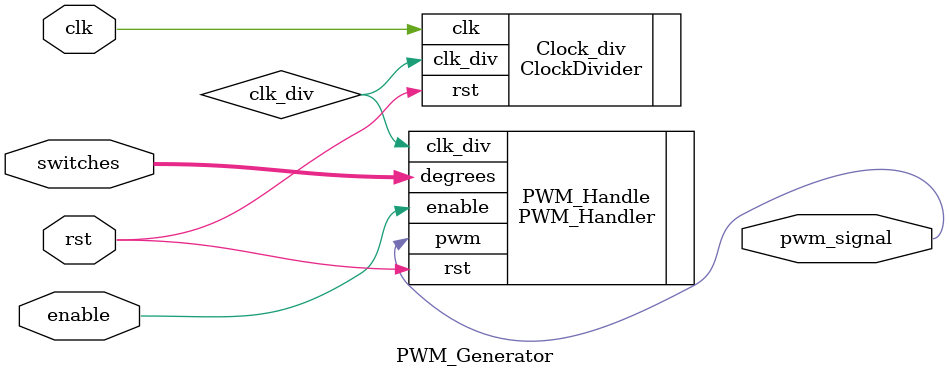
<source format=v>
module PWM_Generator(
	input clk, rst, enable,
	input[7:0] switches,
	output pwm_signal
);

// Intermediate wire to carry the signal to next module
wire clk_div;

ClockDivider Clock_div(
	.clk(clk),
	.rst(rst),
	.clk_div(clk_div)
);


PWM_Handler PWM_Handle(
	.clk_div(clk_div),
	.degrees(switches),
	.pwm(pwm_signal),
	.rst(rst),
	.enable(enable)
);

endmodule 
</source>
